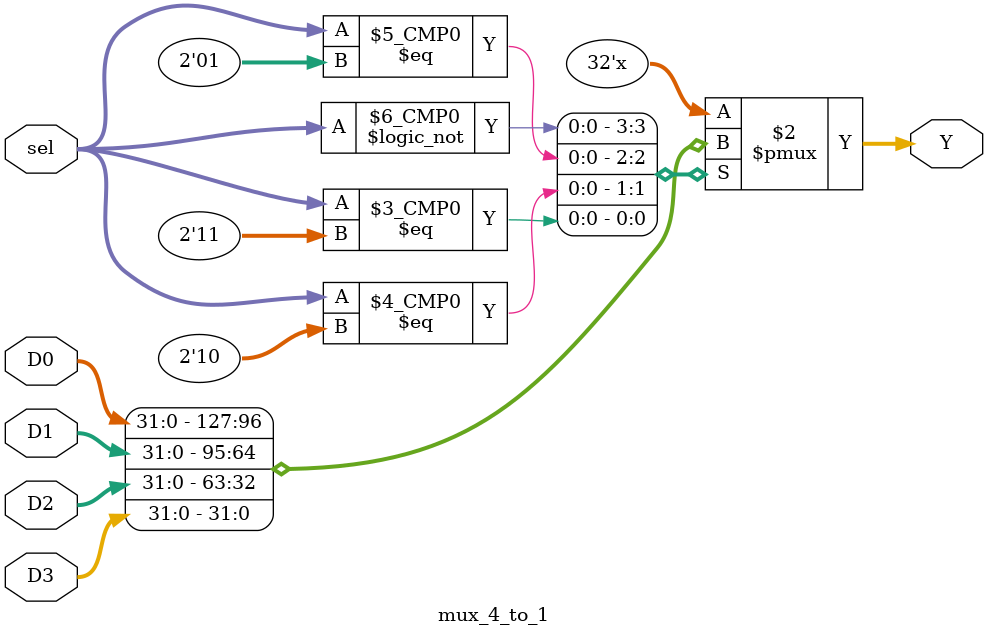
<source format=v>
module mux_4_to_1(
input [31:0] D0,
input [31:0] D1,
input [31:0] D2,
input [31:0] D3,
input [1:0] sel,
output [31:0] Y);

always @(sel,D0,D1,D2,D3)
begin
	case(sel)
		2'b00 : Y = D0;
		2'b01 : Y = D1;
		2'b10 : Y = D2;
		2'b11 : Y = D3;
		default : Y = 32'bx;
	
	endcase
end

endmodule

</source>
